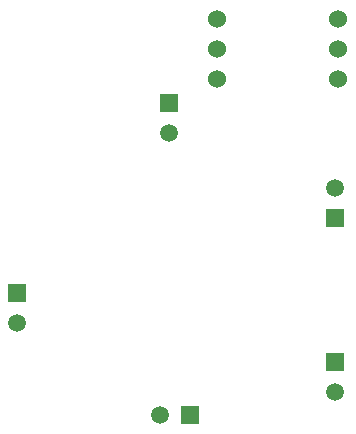
<source format=gbr>
G04*
G04 #@! TF.GenerationSoftware,Altium Limited,Altium Designer,23.1.1 (15)*
G04*
G04 Layer_Physical_Order=2*
G04 Layer_Color=16711680*
%FSLAX44Y44*%
%MOMM*%
G71*
G04*
G04 #@! TF.SameCoordinates,3CDF7206-D262-4709-9A5B-6562F1D84354*
G04*
G04*
G04 #@! TF.FilePolarity,Positive*
G04*
G01*
G75*
%ADD19C,1.5000*%
%ADD20R,1.5000X1.5000*%
%ADD21C,1.5240*%
%ADD22R,1.5000X1.5000*%
D19*
X538480Y910590D02*
D03*
Y1083310D02*
D03*
X269240Y969010D02*
D03*
X389890Y891540D02*
D03*
X397510Y1130300D02*
D03*
D20*
X538480Y935990D02*
D03*
Y1057910D02*
D03*
X269240Y994410D02*
D03*
X397510Y1155700D02*
D03*
D21*
X541020Y1226820D02*
D03*
Y1176020D02*
D03*
Y1201420D02*
D03*
X438020Y1176020D02*
D03*
Y1201420D02*
D03*
Y1226820D02*
D03*
D22*
X415290Y891540D02*
D03*
M02*

</source>
